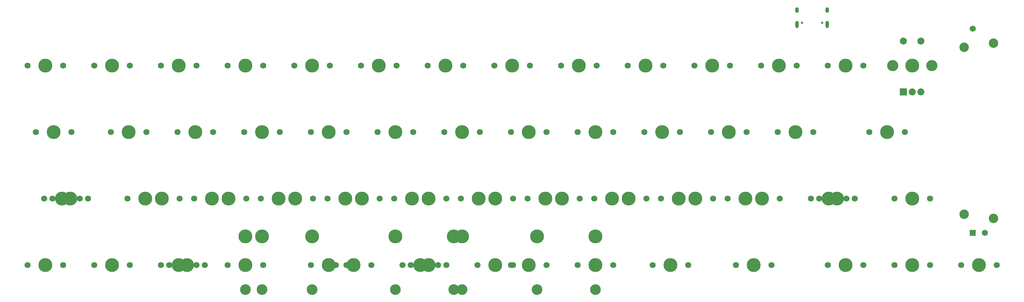
<source format=gbr>
%TF.GenerationSoftware,KiCad,Pcbnew,(5.1.9)-1*%
%TF.CreationDate,2021-09-16T08:02:45-07:00*%
%TF.ProjectId,letItSlide,6c657449-7453-46c6-9964-652e6b696361,rev?*%
%TF.SameCoordinates,Original*%
%TF.FileFunction,Soldermask,Top*%
%TF.FilePolarity,Negative*%
%FSLAX46Y46*%
G04 Gerber Fmt 4.6, Leading zero omitted, Abs format (unit mm)*
G04 Created by KiCad (PCBNEW (5.1.9)-1) date 2021-09-16 08:02:45*
%MOMM*%
%LPD*%
G01*
G04 APERTURE LIST*
%ADD10O,1.000000X2.100000*%
%ADD11C,0.650000*%
%ADD12O,1.000000X1.600000*%
%ADD13C,2.700000*%
%ADD14C,1.750000*%
%ADD15R,1.750000X1.750000*%
%ADD16R,2.000000X2.000000*%
%ADD17C,2.000000*%
%ADD18C,3.200000*%
%ADD19C,3.987800*%
%ADD20C,3.048000*%
G04 APERTURE END LIST*
D10*
%TO.C,USB1*%
X249588956Y-14440947D03*
X240948956Y-14440947D03*
D11*
X242378956Y-13910947D03*
D12*
X240948956Y-10260947D03*
D11*
X248158956Y-13910947D03*
D12*
X249588956Y-10260947D03*
%TD*%
D13*
%TO.C,SLIDE1*%
X297058057Y-19727500D03*
X297058057Y-69927500D03*
X288658057Y-20927500D03*
X288658057Y-68727500D03*
D14*
X291108057Y-15577500D03*
X294608057Y-74077500D03*
D15*
X291108057Y-74077500D03*
%TD*%
D16*
%TO.C,RE1*%
X271349700Y-33694392D03*
D17*
X273849700Y-33694392D03*
X276349700Y-33694392D03*
D18*
X268249700Y-26194392D03*
X279449700Y-26194392D03*
D17*
X271349700Y-19194392D03*
X276349700Y-19194392D03*
%TD*%
D19*
%TO.C,MX44-6u1*%
X183356820Y-75089100D03*
X88106820Y-75089100D03*
D20*
X183356820Y-90329100D03*
X88106820Y-90329100D03*
D14*
X140811820Y-83344100D03*
X130651820Y-83344100D03*
D19*
X135731820Y-83344100D03*
%TD*%
%TO.C,MX44-6.25u1*%
X133350560Y-83344100D03*
D14*
X128270560Y-83344100D03*
X138430560Y-83344100D03*
D20*
X83350660Y-90329100D03*
X183350460Y-90329100D03*
D19*
X83350660Y-75089100D03*
X183350460Y-75089100D03*
%TD*%
%TO.C,MX44-3u1*%
X107156340Y-83343820D03*
D14*
X102076340Y-83343820D03*
X112236340Y-83343820D03*
D20*
X88106340Y-90328820D03*
X126206340Y-90328820D03*
D19*
X88106340Y-75088820D03*
X126206340Y-75088820D03*
%TD*%
%TO.C,MX45-3u1*%
X164306388Y-83343820D03*
D14*
X159226388Y-83343820D03*
X169386388Y-83343820D03*
D20*
X145256388Y-90328820D03*
X183356388Y-90328820D03*
D19*
X145256388Y-75088820D03*
X183356388Y-75088820D03*
%TD*%
%TO.C,MX42-1.25u1*%
X66675280Y-83344100D03*
D14*
X61595280Y-83344100D03*
X71755280Y-83344100D03*
%TD*%
%TO.C,MX30*%
X102711661Y-64294020D03*
X92551661Y-64294020D03*
D19*
X97631661Y-64294020D03*
%TD*%
D14*
%TO.C,MX37*%
X236062220Y-64294020D03*
X225902220Y-64294020D03*
D19*
X230982220Y-64294020D03*
%TD*%
D14*
%TO.C,MX35*%
X197962060Y-64294020D03*
X187802060Y-64294020D03*
D19*
X192882060Y-64294020D03*
%TD*%
D14*
%TO.C,MX33*%
X159861900Y-64294020D03*
X149701900Y-64294020D03*
D19*
X154781900Y-64294020D03*
%TD*%
D14*
%TO.C,MX31*%
X121761740Y-64294020D03*
X111601740Y-64294020D03*
D19*
X116681740Y-64294020D03*
%TD*%
D14*
%TO.C,MX29*%
X83661580Y-64294020D03*
X73501580Y-64294020D03*
D19*
X78581580Y-64294020D03*
%TD*%
D14*
%TO.C,MX36*%
X217012140Y-64294020D03*
X206852140Y-64294020D03*
D19*
X211932140Y-64294020D03*
%TD*%
D14*
%TO.C,MX32*%
X140811820Y-64294020D03*
X130651820Y-64294020D03*
D19*
X135731820Y-64294020D03*
%TD*%
D14*
%TO.C,MX34*%
X178911981Y-64294020D03*
X168751981Y-64294020D03*
D19*
X173831981Y-64294020D03*
%TD*%
D14*
%TO.C,MX28*%
X64611500Y-64294020D03*
X54451500Y-64294020D03*
D19*
X59531500Y-64294020D03*
%TD*%
%TO.C,MX37*%
X226219700Y-64294020D03*
D14*
X221139700Y-64294020D03*
X231299700Y-64294020D03*
%TD*%
D19*
%TO.C,MX36*%
X207169620Y-64294020D03*
D14*
X202089620Y-64294020D03*
X212249620Y-64294020D03*
%TD*%
D19*
%TO.C,MX35*%
X188119540Y-64294020D03*
D14*
X183039540Y-64294020D03*
X193199540Y-64294020D03*
%TD*%
D19*
%TO.C,MX34*%
X169069460Y-64294020D03*
D14*
X163989460Y-64294020D03*
X174149460Y-64294020D03*
%TD*%
D19*
%TO.C,MX33*%
X150019380Y-64294020D03*
D14*
X144939380Y-64294020D03*
X155099380Y-64294020D03*
%TD*%
D19*
%TO.C,MX32*%
X130969300Y-64294020D03*
D14*
X125889300Y-64294020D03*
X136049300Y-64294020D03*
%TD*%
D19*
%TO.C,MX31*%
X111919220Y-64294020D03*
D14*
X106839220Y-64294020D03*
X116999220Y-64294020D03*
%TD*%
D19*
%TO.C,MX30*%
X92869140Y-64294020D03*
D14*
X87789140Y-64294020D03*
X97949140Y-64294020D03*
%TD*%
D19*
%TO.C,MX29*%
X73819060Y-64294020D03*
D14*
X68739060Y-64294020D03*
X78899060Y-64294020D03*
%TD*%
D19*
%TO.C,MX28*%
X54768980Y-64294020D03*
D14*
X49688980Y-64294020D03*
X59848980Y-64294020D03*
%TD*%
D19*
%TO.C,MX38-1.25u1*%
X252413560Y-64294020D03*
D14*
X247333560Y-64294020D03*
X257493560Y-64294020D03*
%TD*%
D19*
%TO.C,MX27-1.75u1*%
X33337640Y-64294020D03*
D14*
X28257640Y-64294020D03*
X38417640Y-64294020D03*
%TD*%
D19*
%TO.C,MX52*%
X273844900Y-26193860D03*
D14*
X268764900Y-26193860D03*
X278924900Y-26193860D03*
%TD*%
D19*
%TO.C,MX51*%
X292894980Y-83344100D03*
D14*
X287814980Y-83344100D03*
X297974980Y-83344100D03*
%TD*%
D19*
%TO.C,MX50*%
X273844900Y-83344100D03*
D14*
X268764900Y-83344100D03*
X278924900Y-83344100D03*
%TD*%
D19*
%TO.C,MX49*%
X254794820Y-83344100D03*
D14*
X249714820Y-83344100D03*
X259874820Y-83344100D03*
%TD*%
D19*
%TO.C,MX48*%
X228600960Y-83344100D03*
D14*
X223520960Y-83344100D03*
X233680960Y-83344100D03*
%TD*%
D19*
%TO.C,MX47*%
X204788360Y-83344100D03*
D14*
X199708360Y-83344100D03*
X209868360Y-83344100D03*
%TD*%
D19*
%TO.C,MX46*%
X183357020Y-83344100D03*
D14*
X178277020Y-83344100D03*
X188437020Y-83344100D03*
%TD*%
D19*
%TO.C,MX45*%
X154781900Y-83344100D03*
D14*
X149701900Y-83344100D03*
X159861900Y-83344100D03*
D20*
X142875650Y-90329100D03*
X166688150Y-90329100D03*
D19*
X142875650Y-75089100D03*
X166688150Y-75089100D03*
%TD*%
%TO.C,MX44*%
X114300480Y-83344100D03*
D14*
X109220480Y-83344100D03*
X119380480Y-83344100D03*
D20*
X102394230Y-90329100D03*
X126206730Y-90329100D03*
D19*
X102394230Y-75089100D03*
X126206730Y-75089100D03*
%TD*%
%TO.C,MX43*%
X83344100Y-83344100D03*
D14*
X78264100Y-83344100D03*
X88424100Y-83344100D03*
%TD*%
D19*
%TO.C,MX42*%
X64294020Y-83344100D03*
D14*
X59214020Y-83344100D03*
X69374020Y-83344100D03*
%TD*%
D19*
%TO.C,MX41*%
X45243940Y-83344100D03*
D14*
X40163940Y-83344100D03*
X50323940Y-83344100D03*
%TD*%
D19*
%TO.C,MX40*%
X26193860Y-83344100D03*
D14*
X21113860Y-83344100D03*
X31273860Y-83344100D03*
%TD*%
D19*
%TO.C,MX39*%
X273844900Y-64294020D03*
D14*
X268764900Y-64294020D03*
X278924900Y-64294020D03*
%TD*%
D19*
%TO.C,MX38*%
X250032300Y-64294020D03*
D14*
X244952300Y-64294020D03*
X255112300Y-64294020D03*
%TD*%
D19*
%TO.C,MX27*%
X30956380Y-64294020D03*
D14*
X25876380Y-64294020D03*
X36036380Y-64294020D03*
%TD*%
D19*
%TO.C,MX26*%
X266701120Y-45243940D03*
D14*
X261621120Y-45243940D03*
X271781120Y-45243940D03*
%TD*%
D19*
%TO.C,MX25*%
X240507260Y-45243940D03*
D14*
X235427260Y-45243940D03*
X245587260Y-45243940D03*
%TD*%
D19*
%TO.C,MX24*%
X221457180Y-45243940D03*
D14*
X216377180Y-45243940D03*
X226537180Y-45243940D03*
%TD*%
D19*
%TO.C,MX23*%
X202407100Y-45243940D03*
D14*
X197327100Y-45243940D03*
X207487100Y-45243940D03*
%TD*%
D19*
%TO.C,MX22*%
X183357020Y-45243940D03*
D14*
X178277020Y-45243940D03*
X188437020Y-45243940D03*
%TD*%
D19*
%TO.C,MX21*%
X164306940Y-45243940D03*
D14*
X159226940Y-45243940D03*
X169386940Y-45243940D03*
%TD*%
D19*
%TO.C,MX20*%
X145256860Y-45243940D03*
D14*
X140176860Y-45243940D03*
X150336860Y-45243940D03*
%TD*%
D19*
%TO.C,MX19*%
X126206780Y-45243940D03*
D14*
X121126780Y-45243940D03*
X131286780Y-45243940D03*
%TD*%
D19*
%TO.C,MX18*%
X107156700Y-45243940D03*
D14*
X102076700Y-45243940D03*
X112236700Y-45243940D03*
%TD*%
D19*
%TO.C,MX17*%
X88106620Y-45243940D03*
D14*
X83026620Y-45243940D03*
X93186620Y-45243940D03*
%TD*%
D19*
%TO.C,MX16*%
X69056540Y-45243940D03*
D14*
X63976540Y-45243940D03*
X74136540Y-45243940D03*
%TD*%
D19*
%TO.C,MX15*%
X50006460Y-45243940D03*
D14*
X44926460Y-45243940D03*
X55086460Y-45243940D03*
%TD*%
D19*
%TO.C,MX14*%
X28575120Y-45243940D03*
D14*
X23495120Y-45243940D03*
X33655120Y-45243940D03*
%TD*%
D19*
%TO.C,MX13*%
X254794820Y-26193860D03*
D14*
X249714820Y-26193860D03*
X259874820Y-26193860D03*
%TD*%
D19*
%TO.C,MX12*%
X235744740Y-26193860D03*
D14*
X230664740Y-26193860D03*
X240824740Y-26193860D03*
%TD*%
D19*
%TO.C,MX11*%
X216694660Y-26193860D03*
D14*
X211614660Y-26193860D03*
X221774660Y-26193860D03*
%TD*%
D19*
%TO.C,MX10*%
X197644580Y-26193860D03*
D14*
X192564580Y-26193860D03*
X202724580Y-26193860D03*
%TD*%
D19*
%TO.C,MX9*%
X178594500Y-26193860D03*
D14*
X173514500Y-26193860D03*
X183674500Y-26193860D03*
%TD*%
D19*
%TO.C,MX8*%
X159544420Y-26193860D03*
D14*
X154464420Y-26193860D03*
X164624420Y-26193860D03*
%TD*%
D19*
%TO.C,MX7*%
X140494340Y-26193860D03*
D14*
X135414340Y-26193860D03*
X145574340Y-26193860D03*
%TD*%
D19*
%TO.C,MX6*%
X121444260Y-26193860D03*
D14*
X116364260Y-26193860D03*
X126524260Y-26193860D03*
%TD*%
D19*
%TO.C,MX5*%
X102394180Y-26193860D03*
D14*
X97314180Y-26193860D03*
X107474180Y-26193860D03*
%TD*%
D19*
%TO.C,MX4*%
X83344100Y-26193860D03*
D14*
X78264100Y-26193860D03*
X88424100Y-26193860D03*
%TD*%
D19*
%TO.C,MX3*%
X64294020Y-26193860D03*
D14*
X59214020Y-26193860D03*
X69374020Y-26193860D03*
%TD*%
D19*
%TO.C,MX2*%
X45243940Y-26193860D03*
D14*
X40163940Y-26193860D03*
X50323940Y-26193860D03*
%TD*%
D19*
%TO.C,MX1*%
X26193860Y-26193860D03*
D14*
X21113860Y-26193860D03*
X31273860Y-26193860D03*
%TD*%
M02*

</source>
